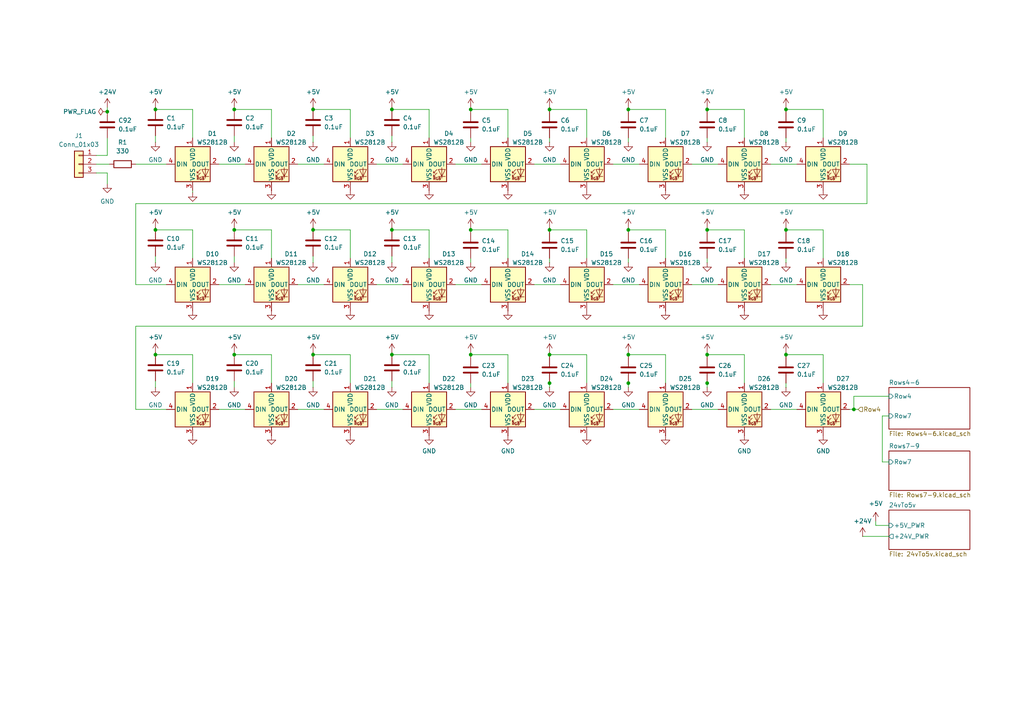
<source format=kicad_sch>
(kicad_sch (version 20250114) (generator "eeschema") (generator_version "9.0")
  (paper "A4")
  (junction (at 182.245 66.675))
  (junction (at 136.525 102.87))
  (junction (at 31.115 32.385))
  (junction (at 90.805 31.75))
  (junction (at 67.945 66.675))
  (junction (at 45.085 31.75))
  (junction (at 227.965 102.87))
  (junction (at 159.385 31.75))
  (junction (at 45.085 102.87))
  (junction (at 45.085 66.675))
  (junction (at 227.965 66.675))
  (junction (at 182.245 31.75))
  (junction (at 136.525 31.75))
  (junction (at 136.525 66.675))
  (junction (at 182.245 102.87))
  (junction (at 205.105 102.87))
  (junction (at 67.945 31.75))
  (junction (at 227.965 31.75))
  (junction (at 90.805 66.675))
  (junction (at 113.665 102.87))
  (junction (at 205.105 111.125))
  (junction (at 247.65 118.745))
  (junction (at 205.105 66.675))
  (junction (at 159.385 66.675))
  (junction (at 159.385 111.125))
  (junction (at 113.665 66.675))
  (junction (at 113.665 31.75))
  (junction (at 182.245 111.125))
  (junction (at 205.105 31.75))
  (junction (at 67.945 102.87))
  (junction (at 90.805 102.87))
  (junction (at 159.385 102.87))
  (wire (pts (xy 238.76 31.75) (xy 238.76 40.005)))
  (wire (pts (xy 182.245 67.31) (xy 182.245 66.675)))
  (wire (pts (xy 147.32 31.75) (xy 147.32 40.005)))
  (wire (pts (xy 136.525 40.005) (xy 136.525 41.275)))
  (wire (pts (xy 45.085 74.295) (xy 45.085 76.2)))
  (wire (pts (xy 193.04 102.87) (xy 193.04 111.125)))
  (wire (pts (xy 177.8 82.55) (xy 185.42 82.55)))
  (wire (pts (xy 154.94 118.745) (xy 162.56 118.745)))
  (wire (pts (xy 227.965 31.75) (xy 227.965 31.115)))
  (wire (pts (xy 136.525 32.385) (xy 136.525 31.75)))
  (wire (pts (xy 67.945 110.49) (xy 67.945 112.395)))
  (wire (pts (xy 136.525 102.87) (xy 136.525 102.235)))
  (wire (pts (xy 113.665 31.75) (xy 113.665 31.115)))
  (wire (pts (xy 250.19 94.615) (xy 39.37 94.615)))
  (wire (pts (xy 67.945 39.37) (xy 67.945 41.275)))
  (wire (pts (xy 136.525 103.505) (xy 136.525 102.87)))
  (wire (pts (xy 205.105 102.87) (xy 205.105 103.505)))
  (wire (pts (xy 177.8 118.745) (xy 185.42 118.745)))
  (wire (pts (xy 223.52 82.55) (xy 231.14 82.55)))
  (wire (pts (xy 124.46 31.75) (xy 124.46 40.005)))
  (wire (pts (xy 101.6 66.675) (xy 101.6 74.93)))
  (wire (pts (xy 39.37 59.055) (xy 39.37 82.55)))
  (wire (pts (xy 109.22 82.55) (xy 116.84 82.55)))
  (wire (pts (xy 67.945 74.295) (xy 67.945 76.2)))
  (wire (pts (xy 159.385 31.75) (xy 159.385 31.115)))
  (wire (pts (xy 159.385 74.93) (xy 159.385 76.2)))
  (wire (pts (xy 182.245 66.675) (xy 193.04 66.675)))
  (wire (pts (xy 55.88 31.75) (xy 55.88 40.005)))
  (wire (pts (xy 67.945 66.675) (xy 67.945 66.04)))
  (wire (pts (xy 205.105 31.75) (xy 215.9 31.75)))
  (wire (pts (xy 31.115 31.115) (xy 31.115 32.385)))
  (wire (pts (xy 39.37 82.55) (xy 48.26 82.55)))
  (wire (pts (xy 67.945 31.75) (xy 78.74 31.75)))
  (wire (pts (xy 182.245 102.87) (xy 182.245 103.505)))
  (wire (pts (xy 251.46 47.625) (xy 251.46 59.055)))
  (wire (pts (xy 159.385 110.49) (xy 159.385 111.125)))
  (wire (pts (xy 182.245 102.87) (xy 193.04 102.87)))
  (wire (pts (xy 193.04 66.675) (xy 193.04 74.93)))
  (wire (pts (xy 113.665 66.675) (xy 124.46 66.675)))
  (wire (pts (xy 255.905 120.65) (xy 257.81 120.65)))
  (wire (pts (xy 39.37 118.745) (xy 48.26 118.745)))
  (wire (pts (xy 101.6 102.87) (xy 101.6 111.125)))
  (wire (pts (xy 136.525 102.87) (xy 147.32 102.87)))
  (wire (pts (xy 205.105 102.87) (xy 205.105 102.235)))
  (wire (pts (xy 159.385 67.31) (xy 159.385 66.675)))
  (wire (pts (xy 250.19 82.55) (xy 250.19 94.615)))
  (wire (pts (xy 90.805 31.75) (xy 101.6 31.75)))
  (wire (pts (xy 86.36 118.745) (xy 93.98 118.745)))
  (wire (pts (xy 227.965 102.87) (xy 227.965 102.235)))
  (wire (pts (xy 182.245 111.125) (xy 182.245 112.395)))
  (wire (pts (xy 101.6 31.75) (xy 101.6 40.005)))
  (wire (pts (xy 205.105 110.49) (xy 205.105 111.125)))
  (wire (pts (xy 147.32 66.675) (xy 147.32 74.93)))
  (wire (pts (xy 177.8 47.625) (xy 185.42 47.625)))
  (wire (pts (xy 205.105 66.675) (xy 215.9 66.675)))
  (wire (pts (xy 113.665 31.75) (xy 124.46 31.75)))
  (wire (pts (xy 227.965 66.675) (xy 227.965 66.04)))
  (wire (pts (xy 63.5 82.55) (xy 71.12 82.55)))
  (wire (pts (xy 200.66 82.55) (xy 208.28 82.55)))
  (wire (pts (xy 238.76 102.87) (xy 238.76 111.125)))
  (wire (pts (xy 55.88 66.675) (xy 55.88 74.93)))
  (wire (pts (xy 215.9 102.87) (xy 215.9 111.125)))
  (wire (pts (xy 113.665 110.49) (xy 113.665 112.395)))
  (wire (pts (xy 154.94 47.625) (xy 162.56 47.625)))
  (wire (pts (xy 205.105 66.675) (xy 205.105 66.04)))
  (wire (pts (xy 124.46 66.675) (xy 124.46 74.93)))
  (wire (pts (xy 136.525 31.75) (xy 136.525 31.115)))
  (wire (pts (xy 159.385 102.87) (xy 159.385 103.505)))
  (wire (pts (xy 132.08 118.745) (xy 139.7 118.745)))
  (wire (pts (xy 90.805 31.75) (xy 90.805 31.115)))
  (wire (pts (xy 215.9 66.675) (xy 215.9 74.93)))
  (wire (pts (xy 159.385 102.87) (xy 170.18 102.87)))
  (wire (pts (xy 86.36 47.625) (xy 93.98 47.625)))
  (wire (pts (xy 200.66 47.625) (xy 208.28 47.625)))
  (wire (pts (xy 227.965 32.385) (xy 227.965 31.75)))
  (wire (pts (xy 113.665 74.295) (xy 113.665 76.2)))
  (wire (pts (xy 109.22 47.625) (xy 116.84 47.625)))
  (wire (pts (xy 182.245 66.675) (xy 182.245 66.04)))
  (wire (pts (xy 67.945 66.675) (xy 78.74 66.675)))
  (wire (pts (xy 255.905 133.985) (xy 255.905 120.65)))
  (wire (pts (xy 159.385 32.385) (xy 159.385 31.75)))
  (wire (pts (xy 251.46 59.055) (xy 39.37 59.055)))
  (wire (pts (xy 136.525 66.675) (xy 136.525 66.04)))
  (wire (pts (xy 45.085 66.675) (xy 45.085 66.04)))
  (wire (pts (xy 78.74 66.675) (xy 78.74 74.93)))
  (wire (pts (xy 154.94 82.55) (xy 162.56 82.55)))
  (wire (pts (xy 113.665 102.87) (xy 113.665 102.235)))
  (wire (pts (xy 254 151.13) (xy 254 152.4)))
  (wire (pts (xy 182.245 32.385) (xy 182.245 31.75)))
  (wire (pts (xy 182.245 40.005) (xy 182.245 41.275)))
  (wire (pts (xy 182.245 110.49) (xy 182.245 111.125)))
  (wire (pts (xy 31.115 45.085) (xy 27.94 45.085)))
  (wire (pts (xy 246.38 47.625) (xy 251.46 47.625)))
  (wire (pts (xy 136.525 111.125) (xy 136.525 112.395)))
  (wire (pts (xy 113.665 102.87) (xy 124.46 102.87)))
  (wire (pts (xy 27.94 50.165) (xy 31.115 50.165)))
  (wire (pts (xy 205.105 32.385) (xy 205.105 31.75)))
  (wire (pts (xy 159.385 111.125) (xy 159.385 112.395)))
  (wire (pts (xy 246.38 118.745) (xy 247.65 118.745)))
  (wire (pts (xy 90.805 102.87) (xy 101.6 102.87)))
  (wire (pts (xy 193.04 31.75) (xy 193.04 40.005)))
  (wire (pts (xy 159.385 66.675) (xy 159.385 66.04)))
  (wire (pts (xy 215.9 31.75) (xy 215.9 40.005)))
  (wire (pts (xy 86.36 82.55) (xy 93.98 82.55)))
  (wire (pts (xy 90.805 39.37) (xy 90.805 41.275)))
  (wire (pts (xy 132.08 47.625) (xy 139.7 47.625)))
  (wire (pts (xy 63.5 118.745) (xy 71.12 118.745)))
  (wire (pts (xy 227.965 66.675) (xy 238.76 66.675)))
  (wire (pts (xy 67.945 102.87) (xy 67.945 102.235)))
  (wire (pts (xy 136.525 31.75) (xy 147.32 31.75)))
  (wire (pts (xy 31.115 40.005) (xy 31.115 45.085)))
  (wire (pts (xy 55.88 55.88) (xy 55.88 55.245)))
  (wire (pts (xy 55.88 102.87) (xy 55.88 111.125)))
  (wire (pts (xy 227.965 102.87) (xy 238.76 102.87)))
  (wire (pts (xy 250.19 155.575) (xy 257.81 155.575)))
  (wire (pts (xy 45.085 110.49) (xy 45.085 112.395)))
  (wire (pts (xy 246.38 82.55) (xy 250.19 82.55)))
  (wire (pts (xy 257.81 133.985) (xy 255.905 133.985)))
  (wire (pts (xy 182.245 31.75) (xy 182.245 31.115)))
  (wire (pts (xy 67.945 31.75) (xy 67.945 31.115)))
  (wire (pts (xy 205.105 74.93) (xy 205.105 76.2)))
  (wire (pts (xy 223.52 118.745) (xy 231.14 118.745)))
  (wire (pts (xy 159.385 31.75) (xy 170.18 31.75)))
  (wire (pts (xy 223.52 47.625) (xy 231.14 47.625)))
  (wire (pts (xy 170.18 66.675) (xy 170.18 74.93)))
  (wire (pts (xy 45.085 31.75) (xy 55.88 31.75)))
  (wire (pts (xy 90.805 74.295) (xy 90.805 76.2)))
  (wire (pts (xy 39.37 47.625) (xy 48.26 47.625)))
  (wire (pts (xy 254 152.4) (xy 257.81 152.4)))
  (wire (pts (xy 109.22 118.745) (xy 116.84 118.745)))
  (wire (pts (xy 78.74 102.87) (xy 78.74 111.125)))
  (wire (pts (xy 159.385 102.87) (xy 159.385 102.235)))
  (wire (pts (xy 159.385 66.675) (xy 170.18 66.675)))
  (wire (pts (xy 227.965 40.005) (xy 227.965 41.275)))
  (wire (pts (xy 39.37 94.615) (xy 39.37 118.745)))
  (wire (pts (xy 182.245 102.87) (xy 182.245 102.235)))
  (wire (pts (xy 90.805 66.675) (xy 90.805 66.04)))
  (wire (pts (xy 227.965 67.31) (xy 227.965 66.675)))
  (wire (pts (xy 136.525 66.675) (xy 147.32 66.675)))
  (wire (pts (xy 90.805 110.49) (xy 90.805 112.395)))
  (wire (pts (xy 247.65 114.935) (xy 247.65 118.745)))
  (wire (pts (xy 63.5 47.625) (xy 71.12 47.625)))
  (wire (pts (xy 45.085 39.37) (xy 45.085 41.275)))
  (wire (pts (xy 45.085 31.75) (xy 45.085 31.115)))
  (wire (pts (xy 182.245 31.75) (xy 193.04 31.75)))
  (wire (pts (xy 205.105 40.005) (xy 205.105 41.275)))
  (wire (pts (xy 227.965 103.505) (xy 227.965 102.87)))
  (wire (pts (xy 90.805 102.87) (xy 90.805 102.235)))
  (wire (pts (xy 200.66 118.745) (xy 208.28 118.745)))
  (wire (pts (xy 147.32 102.87) (xy 147.32 111.125)))
  (wire (pts (xy 31.115 50.165) (xy 31.115 53.34)))
  (wire (pts (xy 227.965 74.93) (xy 227.965 76.2)))
  (wire (pts (xy 227.965 111.125) (xy 227.965 112.395)))
  (wire (pts (xy 45.085 102.87) (xy 55.88 102.87)))
  (wire (pts (xy 90.805 66.675) (xy 101.6 66.675)))
  (wire (pts (xy 170.18 31.75) (xy 170.18 40.005)))
  (wire (pts (xy 205.105 102.87) (xy 215.9 102.87)))
  (wire (pts (xy 45.085 102.87) (xy 45.085 102.235)))
  (wire (pts (xy 132.08 82.55) (xy 139.7 82.55)))
  (wire (pts (xy 45.085 66.675) (xy 55.88 66.675)))
  (wire (pts (xy 205.105 67.31) (xy 205.105 66.675)))
  (wire (pts (xy 159.385 40.005) (xy 159.385 41.275)))
  (wire (pts (xy 257.81 114.935) (xy 247.65 114.935)))
  (wire (pts (xy 205.105 31.75) (xy 205.105 31.115)))
  (wire (pts (xy 136.525 74.93) (xy 136.525 76.2)))
  (wire (pts (xy 113.665 39.37) (xy 113.665 41.275)))
  (wire (pts (xy 227.965 31.75) (xy 238.76 31.75)))
  (wire (pts (xy 170.18 102.87) (xy 170.18 111.125)))
  (wire (pts (xy 182.245 74.93) (xy 182.245 76.2)))
  (wire (pts (xy 113.665 66.675) (xy 113.665 66.04)))
  (wire (pts (xy 78.74 31.75) (xy 78.74 40.005)))
  (wire (pts (xy 238.76 66.675) (xy 238.76 74.93)))
  (wire (pts (xy 124.46 102.87) (xy 124.46 111.125)))
  (wire (pts (xy 27.94 47.625) (xy 31.75 47.625)))
  (wire (pts (xy 247.65 118.745) (xy 248.92 118.745)))
  (wire (pts (xy 205.105 111.125) (xy 205.105 112.395)))
  (wire (pts (xy 67.945 102.87) (xy 78.74 102.87)))
  (wire (pts (xy 136.525 67.31) (xy 136.525 66.675)))
  (hierarchical_label "Row4" (shape input) (at 248.92 118.745 0))
  (symbol (lib_id "LED:WS2812B") (at 238.76 47.625 0) (unit 1)
    (property "Reference" "D9" (at 244.475 38.735 0))
    (property "Value" "WS2812B" (at 244.475 41.275 0))
    (property "Footprint" "LED_SMD:LED_WS2812B_PLCC4_5.0x5.0mm_P3.2mm" (effects (hide yes)))
    (property "Datasheet" "https://cdn-shop.adafruit.com/datasheets/WS2812B.pdf" (effects (hide yes)))
    (property "Description" "RGB LED with integrated controller" (effects (hide yes)))
  )
  (symbol (lib_id "LED:WS2812B") (at 78.74 47.625 0) (unit 1)
    (property "Reference" "D2" (at 84.455 38.735 0))
    (property "Value" "WS2812B" (at 84.455 41.275 0))
    (property "Footprint" "LED_SMD:LED_WS2812B_PLCC4_5.0x5.0mm_P3.2mm" (effects (hide yes)))
    (property "Datasheet" "https://cdn-shop.adafruit.com/datasheets/WS2812B.pdf" (effects (hide yes)))
    (property "Description" "RGB LED with integrated controller" (effects (hide yes)))
  )
  (symbol (lib_id "power:GND") (at 205.105 112.395 0) (unit 1)
    (property "Reference" "#PWR078" (effects (hide yes)))
    (property "Value" "GND" (at 205.105 117.475 0))
    (property "Description" "Power symbol creates a global label with name \"GND\" , ground" (effects (hide yes)))
  )
  (symbol (lib_id "LED:WS2812B") (at 78.74 82.55 0) (unit 1)
    (property "Reference" "D11" (at 84.455 73.66 0))
    (property "Value" "WS2812B" (at 84.455 76.2 0))
    (property "Footprint" "LED_SMD:LED_WS2812B_PLCC4_5.0x5.0mm_P3.2mm" (effects (hide yes)))
    (property "Datasheet" "https://cdn-shop.adafruit.com/datasheets/WS2812B.pdf" (effects (hide yes)))
    (property "Description" "RGB LED with integrated controller" (effects (hide yes)))
  )
  (symbol (lib_id "LED:WS2812B") (at 215.9 118.745 0) (unit 1)
    (property "Reference" "D26" (at 221.615 109.855 0))
    (property "Value" "WS2812B" (at 221.615 112.395 0))
    (property "Footprint" "LED_SMD:LED_WS2812B_PLCC4_5.0x5.0mm_P3.2mm" (effects (hide yes)))
    (property "Datasheet" "https://cdn-shop.adafruit.com/datasheets/WS2812B.pdf" (effects (hide yes)))
    (property "Description" "RGB LED with integrated controller" (effects (hide yes)))
  )
  (symbol (lib_id "power:GND") (at 215.9 90.17 0) (unit 1)
    (property "Reference" "#PWR053" (effects (hide yes)))
    (property "Value" "GND" (effects (hide yes)))
    (property "Description" "Power symbol creates a global label with name \"GND\" , ground" (effects (hide yes)))
  )
  (symbol (lib_id "power:+5V") (at 67.945 66.04 0) (unit 1)
    (property "Reference" "#PWR033" (effects (hide yes)))
    (property "Value" "+5V" (at 67.945 61.595 0))
    (property "Description" "Power symbol creates a global label with name \"+5V\"" (effects (hide yes)))
  )
  (symbol (lib_id "Connector_Generic:Conn_01x03") (at 22.86 47.625 0) (mirror y) (unit 1)
    (property "Reference" "J1" (at 22.86 39.37 0))
    (property "Value" "Conn_01x03" (at 22.86 41.91 0))
    (property "Footprint" "utsvt_connectors:105313-1103" (effects (hide yes)))
    (property "Description" "Generic connector, single row, 01x03, script generated (kicad-library-utils/schlib/autogen/connector/)" (effects (hide yes)))
  )
  (symbol (lib_id "power:GND") (at 238.76 90.17 0) (unit 1)
    (property "Reference" "#PWR056" (effects (hide yes)))
    (property "Value" "GND" (effects (hide yes)))
    (property "Description" "Power symbol creates a global label with name \"GND\" , ground" (effects (hide yes)))
  )
  (symbol (lib_id "Device:C") (at 90.805 35.56 0) (unit 1)
    (property "Reference" "C3" (at 93.98 34.2899 0) (effects (justify left)))
    (property "Value" "0.1uF" (at 93.98 36.8299 0) (effects (justify left)))
    (property "Footprint" "Capacitor_SMD:C_0603_1608Metric_Pad1.08x0.95mm_HandSolder" (effects (hide yes)))
    (property "Description" "Unpolarized capacitor" (effects (hide yes)))
  )
  (symbol (lib_id "LED:WS2812B") (at 170.18 118.745 0) (unit 1)
    (property "Reference" "D24" (at 175.895 109.855 0))
    (property "Value" "WS2812B" (at 175.895 112.395 0))
    (property "Footprint" "LED_SMD:LED_WS2812B_PLCC4_5.0x5.0mm_P3.2mm" (effects (hide yes)))
    (property "Datasheet" "https://cdn-shop.adafruit.com/datasheets/WS2812B.pdf" (effects (hide yes)))
    (property "Description" "RGB LED with integrated controller" (effects (hide yes)))
  )
  (symbol (lib_id "power:GND") (at 182.245 112.395 0) (unit 1)
    (property "Reference" "#PWR075" (effects (hide yes)))
    (property "Value" "GND" (at 182.245 117.475 0))
    (property "Description" "Power symbol creates a global label with name \"GND\" , ground" (effects (hide yes)))
  )
  (symbol (lib_id "power:GND") (at 101.6 55.245 0) (unit 1)
    (property "Reference" "#PWR09" (effects (hide yes)))
    (property "Value" "GND" (effects (hide yes)))
    (property "Description" "Power symbol creates a global label with name \"GND\" , ground" (effects (hide yes)))
  )
  (symbol (lib_id "power:GND") (at 67.945 76.2 0) (unit 1)
    (property "Reference" "#PWR034" (effects (hide yes)))
    (property "Value" "GND" (at 67.945 81.28 0))
    (property "Description" "Power symbol creates a global label with name \"GND\" , ground" (effects (hide yes)))
  )
  (symbol (lib_id "power:+5V") (at 67.945 31.115 0) (unit 1)
    (property "Reference" "#PWR04" (effects (hide yes)))
    (property "Value" "+5V" (at 67.945 26.67 0))
    (property "Description" "Power symbol creates a global label with name \"+5V\"" (effects (hide yes)))
  )
  (symbol (lib_id "power:+5V") (at 45.085 66.04 0) (unit 1)
    (property "Reference" "#PWR030" (effects (hide yes)))
    (property "Value" "+5V" (at 45.085 61.595 0))
    (property "Description" "Power symbol creates a global label with name \"+5V\"" (effects (hide yes)))
  )
  (symbol (lib_id "power:GND") (at 55.88 55.88 0) (unit 1)
    (property "Reference" "#PWR01" (effects (hide yes)))
    (property "Value" "GND" (effects (hide yes)))
    (property "Description" "Power symbol creates a global label with name \"GND\" , ground" (effects (hide yes)))
  )
  (symbol (lib_id "power:+5V") (at 227.965 102.235 0) (unit 1)
    (property "Reference" "#PWR079" (effects (hide yes)))
    (property "Value" "+5V" (at 227.965 97.79 0))
    (property "Description" "Power symbol creates a global label with name \"+5V\"" (effects (hide yes)))
  )
  (symbol (lib_id "Device:C") (at 182.245 107.315 0) (unit 1)
    (property "Reference" "C25" (at 185.42 106.0449 0) (effects (justify left)))
    (property "Value" "0.1uF" (at 185.42 108.5849 0) (effects (justify left)))
    (property "Footprint" "Capacitor_SMD:C_0603_1608Metric_Pad1.08x0.95mm_HandSolder" (effects (hide yes)))
    (property "Description" "Unpolarized capacitor" (effects (hide yes)))
  )
  (symbol (lib_id "power:GND") (at 147.32 126.365 0) (unit 1)
    (property "Reference" "#PWR071" (effects (hide yes)))
    (property "Value" "GND" (at 147.32 130.81 0))
    (property "Description" "Power symbol creates a global label with name \"GND\" , ground" (effects (hide yes)))
  )
  (symbol (lib_id "LED:WS2812B") (at 101.6 47.625 0) (unit 1)
    (property "Reference" "D3" (at 107.315 38.735 0))
    (property "Value" "WS2812B" (at 107.315 41.275 0))
    (property "Footprint" "LED_SMD:LED_WS2812B_PLCC4_5.0x5.0mm_P3.2mm" (effects (hide yes)))
    (property "Datasheet" "https://cdn-shop.adafruit.com/datasheets/WS2812B.pdf" (effects (hide yes)))
    (property "Description" "RGB LED with integrated controller" (effects (hide yes)))
  )
  (symbol (lib_id "power:GND") (at 193.04 90.17 0) (unit 1)
    (property "Reference" "#PWR050" (effects (hide yes)))
    (property "Value" "GND" (effects (hide yes)))
    (property "Description" "Power symbol creates a global label with name \"GND\" , ground" (effects (hide yes)))
  )
  (symbol (lib_id "power:+5V") (at 45.085 102.235 0) (unit 1)
    (property "Reference" "#PWR057" (effects (hide yes)))
    (property "Value" "+5V" (at 45.085 97.79 0))
    (property "Description" "Power symbol creates a global label with name \"+5V\"" (effects (hide yes)))
  )
  (symbol (lib_id "Device:C") (at 182.245 71.12 0) (unit 1)
    (property "Reference" "C16" (at 185.42 69.8499 0) (effects (justify left)))
    (property "Value" "0.1uF" (at 185.42 72.3899 0) (effects (justify left)))
    (property "Footprint" "Capacitor_SMD:C_0603_1608Metric_Pad1.08x0.95mm_HandSolder" (effects (hide yes)))
    (property "Description" "Unpolarized capacitor" (effects (hide yes)))
  )
  (symbol (lib_id "Device:C") (at 159.385 71.12 0) (unit 1)
    (property "Reference" "C15" (at 162.56 69.8499 0) (effects (justify left)))
    (property "Value" "0.1uF" (at 162.56 72.3899 0) (effects (justify left)))
    (property "Footprint" "Capacitor_SMD:C_0603_1608Metric_Pad1.08x0.95mm_HandSolder" (effects (hide yes)))
    (property "Description" "Unpolarized capacitor" (effects (hide yes)))
  )
  (symbol (lib_id "Device:C") (at 45.085 35.56 0) (unit 1)
    (property "Reference" "C1" (at 48.26 34.2899 0) (effects (justify left)))
    (property "Value" "0.1uF" (at 48.26 36.8299 0) (effects (justify left)))
    (property "Footprint" "Capacitor_SMD:C_0603_1608Metric_Pad1.08x0.95mm_HandSolder" (effects (hide yes)))
    (property "Description" "Unpolarized capacitor" (effects (hide yes)))
  )
  (symbol (lib_id "Device:R") (at 35.56 47.625 90) (unit 1)
    (property "Reference" "R1" (at 35.56 41.275 90))
    (property "Value" "330" (at 35.56 43.815 90))
    (property "Footprint" "Resistor_SMD:R_0201_0603Metric_Pad0.64x0.40mm_HandSolder" (effects (hide yes)))
    (property "Description" "Resistor" (effects (hide yes)))
  )
  (symbol (lib_id "power:GND") (at 147.32 90.17 0) (unit 1)
    (property "Reference" "#PWR044" (effects (hide yes)))
    (property "Value" "GND" (effects (hide yes)))
    (property "Description" "Power symbol creates a global label with name \"GND\" , ground" (effects (hide yes)))
  )
  (symbol (lib_id "LED:WS2812B") (at 193.04 47.625 0) (unit 1)
    (property "Reference" "D7" (at 198.755 38.735 0))
    (property "Value" "WS2812B" (at 198.755 41.275 0))
    (property "Footprint" "LED_SMD:LED_WS2812B_PLCC4_5.0x5.0mm_P3.2mm" (effects (hide yes)))
    (property "Datasheet" "https://cdn-shop.adafruit.com/datasheets/WS2812B.pdf" (effects (hide yes)))
    (property "Description" "RGB LED with integrated controller" (effects (hide yes)))
  )
  (symbol (lib_id "power:GND") (at 170.18 126.365 0) (unit 1)
    (property "Reference" "#PWR073" (effects (hide yes)))
    (property "Value" "GND" (effects (hide yes)))
    (property "Description" "Power symbol creates a global label with name \"GND\" , ground" (effects (hide yes)))
  )
  (symbol (lib_id "power:GND") (at 136.525 41.275 0) (unit 1)
    (property "Reference" "#PWR016" (effects (hide yes)))
    (property "Value" "GND" (at 136.525 46.355 0))
    (property "Description" "Power symbol creates a global label with name \"GND\" , ground" (effects (hide yes)))
  )
  (symbol (lib_id "power:+5V") (at 227.965 66.04 0) (unit 1)
    (property "Reference" "#PWR054" (effects (hide yes)))
    (property "Value" "+5V" (at 227.965 61.595 0))
    (property "Description" "Power symbol creates a global label with name \"+5V\"" (effects (hide yes)))
  )
  (symbol (lib_id "power:GND") (at 170.18 55.245 0) (unit 1)
    (property "Reference" "#PWR020" (effects (hide yes)))
    (property "Value" "GND" (effects (hide yes)))
    (property "Description" "Power symbol creates a global label with name \"GND\" , ground" (effects (hide yes)))
  )
  (symbol (lib_id "power:GND") (at 45.085 76.2 0) (unit 1)
    (property "Reference" "#PWR031" (effects (hide yes)))
    (property "Value" "GND" (at 45.085 81.28 0))
    (property "Description" "Power symbol creates a global label with name \"GND\" , ground" (effects (hide yes)))
  )
  (symbol (lib_id "power:GND") (at 215.9 55.245 0) (unit 1)
    (property "Reference" "#PWR026" (effects (hide yes)))
    (property "Value" "GND" (effects (hide yes)))
    (property "Description" "Power symbol creates a global label with name \"GND\" , ground" (effects (hide yes)))
  )
  (symbol (lib_id "power:+5V") (at 205.105 102.235 0) (unit 1)
    (property "Reference" "#PWR077" (effects (hide yes)))
    (property "Value" "+5V" (at 205.105 97.79 0))
    (property "Description" "Power symbol creates a global label with name \"+5V\"" (effects (hide yes)))
  )
  (symbol (lib_id "power:GND") (at 238.76 55.245 0) (unit 1)
    (property "Reference" "#PWR029" (effects (hide yes)))
    (property "Value" "GND" (effects (hide yes)))
    (property "Description" "Power symbol creates a global label with name \"GND\" , ground" (effects (hide yes)))
  )
  (symbol (lib_id "Device:C") (at 45.085 70.485 0) (unit 1)
    (property "Reference" "C10" (at 48.26 69.2149 0) (effects (justify left)))
    (property "Value" "0.1uF" (at 48.26 71.7549 0) (effects (justify left)))
    (property "Footprint" "Capacitor_SMD:C_0603_1608Metric_Pad1.08x0.95mm_HandSolder" (effects (hide yes)))
    (property "Description" "Unpolarized capacitor" (effects (hide yes)))
  )
  (symbol (lib_id "Device:C") (at 136.525 107.315 0) (unit 1)
    (property "Reference" "C23" (at 139.7 106.0449 0) (effects (justify left)))
    (property "Value" "0.1uF" (at 139.7 108.5849 0) (effects (justify left)))
    (property "Footprint" "Capacitor_SMD:C_0603_1608Metric_Pad1.08x0.95mm_HandSolder" (effects (hide yes)))
    (property "Description" "Unpolarized capacitor" (effects (hide yes)))
  )
  (symbol (lib_id "power:GND") (at 238.76 126.365 0) (unit 1)
    (property "Reference" "#PWR081" (effects (hide yes)))
    (property "Value" "GND" (at 238.76 130.81 0))
    (property "Description" "Power symbol creates a global label with name \"GND\" , ground" (effects (hide yes)))
  )
  (symbol (lib_id "LED:WS2812B") (at 101.6 118.745 0) (unit 1)
    (property "Reference" "D21" (at 107.315 109.855 0))
    (property "Value" "WS2812B" (at 107.315 112.395 0))
    (property "Footprint" "LED_SMD:LED_WS2812B_PLCC4_5.0x5.0mm_P3.2mm" (effects (hide yes)))
    (property "Datasheet" "https://cdn-shop.adafruit.com/datasheets/WS2812B.pdf" (effects (hide yes)))
    (property "Description" "RGB LED with integrated controller" (effects (hide yes)))
  )
  (symbol (lib_id "power:GND") (at 159.385 41.275 0) (unit 1)
    (property "Reference" "#PWR019" (effects (hide yes)))
    (property "Value" "GND" (at 159.385 46.355 0))
    (property "Description" "Power symbol creates a global label with name \"GND\" , ground" (effects (hide yes)))
  )
  (symbol (lib_id "power:GND") (at 78.74 55.245 0) (unit 1)
    (property "Reference" "#PWR06" (effects (hide yes)))
    (property "Value" "GND" (effects (hide yes)))
    (property "Description" "Power symbol creates a global label with name \"GND\" , ground" (effects (hide yes)))
  )
  (symbol (lib_id "power:GND") (at 147.32 55.245 0) (unit 1)
    (property "Reference" "#PWR017" (effects (hide yes)))
    (property "Value" "GND" (effects (hide yes)))
    (property "Description" "Power symbol creates a global label with name \"GND\" , ground" (effects (hide yes)))
  )
  (symbol (lib_id "power:GND") (at 193.04 55.245 0) (unit 1)
    (property "Reference" "#PWR023" (effects (hide yes)))
    (property "Value" "GND" (effects (hide yes)))
    (property "Description" "Power symbol creates a global label with name \"GND\" , ground" (effects (hide yes)))
  )
  (symbol (lib_id "LED:WS2812B") (at 215.9 47.625 0) (unit 1)
    (property "Reference" "D8" (at 221.615 38.735 0))
    (property "Value" "WS2812B" (at 221.615 41.275 0))
    (property "Footprint" "LED_SMD:LED_WS2812B_PLCC4_5.0x5.0mm_P3.2mm" (effects (hide yes)))
    (property "Datasheet" "https://cdn-shop.adafruit.com/datasheets/WS2812B.pdf" (effects (hide yes)))
    (property "Description" "RGB LED with integrated controller" (effects (hide yes)))
  )
  (symbol (lib_id "Device:C") (at 205.105 107.315 0) (unit 1)
    (property "Reference" "C26" (at 208.28 106.0449 0) (effects (justify left)))
    (property "Value" "0.1uF" (at 208.28 108.5849 0) (effects (justify left)))
    (property "Footprint" "Capacitor_SMD:C_0603_1608Metric_Pad1.08x0.95mm_HandSolder" (effects (hide yes)))
    (property "Description" "Unpolarized capacitor" (effects (hide yes)))
  )
  (symbol (lib_id "power:GND") (at 124.46 90.17 0) (unit 1)
    (property "Reference" "#PWR041" (effects (hide yes)))
    (property "Value" "GND" (effects (hide yes)))
    (property "Description" "Power symbol creates a global label with name \"GND\" , ground" (effects (hide yes)))
  )
  (symbol (lib_id "power:GND") (at 101.6 126.365 0) (unit 1)
    (property "Reference" "#PWR065" (effects (hide yes)))
    (property "Value" "GND" (effects (hide yes)))
    (property "Description" "Power symbol creates a global label with name \"GND\" , ground" (effects (hide yes)))
  )
  (symbol (lib_id "LED:WS2812B") (at 55.88 47.625 0) (unit 1)
    (property "Reference" "D1" (at 61.595 38.735 0))
    (property "Value" "WS2812B" (at 61.595 41.275 0))
    (property "Footprint" "LED_SMD:LED_WS2812B_PLCC4_5.0x5.0mm_P3.2mm" (effects (hide yes)))
    (property "Datasheet" "https://cdn-shop.adafruit.com/datasheets/WS2812B.pdf" (effects (hide yes)))
    (property "Description" "RGB LED with integrated controller" (effects (hide yes)))
  )
  (symbol (lib_id "power:+5V") (at 136.525 31.115 0) (unit 1)
    (property "Reference" "#PWR015" (effects (hide yes)))
    (property "Value" "+5V" (at 136.525 26.67 0))
    (property "Description" "Power symbol creates a global label with name \"+5V\"" (effects (hide yes)))
  )
  (symbol (lib_id "power:GND") (at 205.105 41.275 0) (unit 1)
    (property "Reference" "#PWR025" (effects (hide yes)))
    (property "Value" "GND" (at 205.105 46.355 0))
    (property "Description" "Power symbol creates a global label with name \"GND\" , ground" (effects (hide yes)))
  )
  (symbol (lib_id "power:+5V") (at 159.385 102.235 0) (unit 1)
    (property "Reference" "#PWR068" (effects (hide yes)))
    (property "Value" "+5V" (at 159.385 97.79 0))
    (property "Description" "Power symbol creates a global label with name \"+5V\"" (effects (hide yes)))
  )
  (symbol (lib_id "power:+5V") (at 182.245 102.235 0) (unit 1)
    (property "Reference" "#PWR074" (effects (hide yes)))
    (property "Value" "+5V" (at 182.245 97.79 0))
    (property "Description" "Power symbol creates a global label with name \"+5V\"" (effects (hide yes)))
  )
  (symbol (lib_id "power:+5V") (at 45.085 31.115 0) (unit 1)
    (property "Reference" "#PWR0252" (effects (hide yes)))
    (property "Value" "+5V" (at 45.085 26.67 0))
    (property "Description" "Power symbol creates a global label with name \"+5V\"" (effects (hide yes)))
  )
  (symbol (lib_id "power:+5V") (at 136.525 66.04 0) (unit 1)
    (property "Reference" "#PWR042" (effects (hide yes)))
    (property "Value" "+5V" (at 136.525 61.595 0))
    (property "Description" "Power symbol creates a global label with name \"+5V\"" (effects (hide yes)))
  )
  (symbol (lib_id "power:GND") (at 227.965 76.2 0) (unit 1)
    (property "Reference" "#PWR055" (effects (hide yes)))
    (property "Value" "GND" (at 227.965 81.28 0))
    (property "Description" "Power symbol creates a global label with name \"GND\" , ground" (effects (hide yes)))
  )
  (symbol (lib_id "power:GND") (at 90.805 112.395 0) (unit 1)
    (property "Reference" "#PWR064" (effects (hide yes)))
    (property "Value" "GND" (at 90.805 117.475 0))
    (property "Description" "Power symbol creates a global label with name \"GND\" , ground" (effects (hide yes)))
  )
  (symbol (lib_id "LED:WS2812B") (at 193.04 118.745 0) (unit 1)
    (property "Reference" "D25" (at 198.755 109.855 0))
    (property "Value" "WS2812B" (at 198.755 112.395 0))
    (property "Footprint" "LED_SMD:LED_WS2812B_PLCC4_5.0x5.0mm_P3.2mm" (effects (hide yes)))
    (property "Datasheet" "https://cdn-shop.adafruit.com/datasheets/WS2812B.pdf" (effects (hide yes)))
    (property "Description" "RGB LED with integrated controller" (effects (hide yes)))
  )
  (symbol (lib_id "power:+5V") (at 67.945 102.235 0) (unit 1)
    (property "Reference" "#PWR060" (effects (hide yes)))
    (property "Value" "+5V" (at 67.945 97.79 0))
    (property "Description" "Power symbol creates a global label with name \"+5V\"" (effects (hide yes)))
  )
  (symbol (lib_id "power:GND") (at 101.6 90.17 0) (unit 1)
    (property "Reference" "#PWR038" (effects (hide yes)))
    (property "Value" "GND" (effects (hide yes)))
    (property "Description" "Power symbol creates a global label with name \"GND\" , ground" (effects (hide yes)))
  )
  (symbol (lib_id "LED:WS2812B") (at 55.88 118.745 0) (unit 1)
    (property "Reference" "D19" (at 61.595 109.855 0))
    (property "Value" "WS2812B" (at 61.595 112.395 0))
    (property "Footprint" "LED_SMD:LED_WS2812B_PLCC4_5.0x5.0mm_P3.2mm" (effects (hide yes)))
    (property "Datasheet" "https://cdn-shop.adafruit.com/datasheets/WS2812B.pdf" (effects (hide yes)))
    (property "Description" "RGB LED with integrated controller" (effects (hide yes)))
  )
  (symbol (lib_id "power:GND") (at 215.9 126.365 0) (unit 1)
    (property "Reference" "#PWR0255" (effects (hide yes)))
    (property "Value" "GND" (at 215.9 130.81 0))
    (property "Description" "Power symbol creates a global label with name \"GND\" , ground" (effects (hide yes)))
  )
  (symbol (lib_id "Device:C") (at 67.945 70.485 0) (unit 1)
    (property "Reference" "C11" (at 71.12 69.2149 0) (effects (justify left)))
    (property "Value" "0.1uF" (at 71.12 71.7549 0) (effects (justify left)))
    (property "Footprint" "Capacitor_SMD:C_0603_1608Metric_Pad1.08x0.95mm_HandSolder" (effects (hide yes)))
    (property "Description" "Unpolarized capacitor" (effects (hide yes)))
  )
  (symbol (lib_id "LED:WS2812B") (at 124.46 47.625 0) (unit 1)
    (property "Reference" "D4" (at 130.175 38.735 0))
    (property "Value" "WS2812B" (at 130.175 41.275 0))
    (property "Footprint" "LED_SMD:LED_WS2812B_PLCC4_5.0x5.0mm_P3.2mm" (effects (hide yes)))
    (property "Datasheet" "https://cdn-shop.adafruit.com/datasheets/WS2812B.pdf" (effects (hide yes)))
    (property "Description" "RGB LED with integrated controller" (effects (hide yes)))
  )
  (symbol (lib_id "power:+5V") (at 113.665 66.04 0) (unit 1)
    (property "Reference" "#PWR039" (effects (hide yes)))
    (property "Value" "+5V" (at 113.665 61.595 0))
    (property "Description" "Power symbol creates a global label with name \"+5V\"" (effects (hide yes)))
  )
  (symbol (lib_id "power:+5V") (at 182.245 31.115 0) (unit 1)
    (property "Reference" "#PWR021" (effects (hide yes)))
    (property "Value" "+5V" (at 182.245 26.67 0))
    (property "Description" "Power symbol creates a global label with name \"+5V\"" (effects (hide yes)))
  )
  (symbol (lib_id "power:+5V") (at 227.965 31.115 0) (unit 1)
    (property "Reference" "#PWR027" (effects (hide yes)))
    (property "Value" "+5V" (at 227.965 26.67 0))
    (property "Description" "Power symbol creates a global label with name \"+5V\"" (effects (hide yes)))
  )
  (symbol (lib_id "power:+5V") (at 159.385 66.04 0) (unit 1)
    (property "Reference" "#PWR045" (effects (hide yes)))
    (property "Value" "+5V" (at 159.385 61.595 0))
    (property "Description" "Power symbol creates a global label with name \"+5V\"" (effects (hide yes)))
  )
  (symbol (lib_id "power:GND") (at 78.74 90.17 0) (unit 1)
    (property "Reference" "#PWR035" (effects (hide yes)))
    (property "Value" "GND" (effects (hide yes)))
    (property "Description" "Power symbol creates a global label with name \"GND\" , ground" (effects (hide yes)))
  )
  (symbol (lib_id "power:GND") (at 205.105 76.2 0) (unit 1)
    (property "Reference" "#PWR052" (effects (hide yes)))
    (property "Value" "GND" (at 205.105 81.28 0))
    (property "Description" "Power symbol creates a global label with name \"GND\" , ground" (effects (hide yes)))
  )
  (symbol (lib_id "power:+24V") (at 31.115 31.115 0) (unit 1)
    (property "Reference" "#PWR010" (effects (hide yes)))
    (property "Value" "+24V" (at 31.115 26.67 0))
    (property "Description" "Power symbol creates a global label with name \"+24V\"" (effects (hide yes)))
  )
  (symbol (lib_id "LED:WS2812B") (at 147.32 118.745 0) (unit 1)
    (property "Reference" "D23" (at 153.035 109.855 0))
    (property "Value" "WS2812B" (at 153.035 112.395 0))
    (property "Footprint" "LED_SMD:LED_WS2812B_PLCC4_5.0x5.0mm_P3.2mm" (effects (hide yes)))
    (property "Datasheet" "https://cdn-shop.adafruit.com/datasheets/WS2812B.pdf" (effects (hide yes)))
    (property "Description" "RGB LED with integrated controller" (effects (hide yes)))
  )
  (symbol (lib_id "power:+5V") (at 90.805 102.235 0) (unit 1)
    (property "Reference" "#PWR063" (effects (hide yes)))
    (property "Value" "+5V" (at 90.805 97.79 0))
    (property "Description" "Power symbol creates a global label with name \"+5V\"" (effects (hide yes)))
  )
  (symbol (lib_id "Device:C") (at 31.115 36.195 0) (unit 1)
    (property "Reference" "C92" (at 34.29 34.9249 0) (effects (justify left)))
    (property "Value" "0.1uF" (at 34.29 37.4649 0) (effects (justify left)))
    (property "Footprint" "Capacitor_SMD:C_0603_1608Metric_Pad1.08x0.95mm_HandSolder" (effects (hide yes)))
    (property "Description" "Unpolarized capacitor" (effects (hide yes)))
  )
  (symbol (lib_id "power:GND") (at 170.18 90.17 0) (unit 1)
    (property "Reference" "#PWR047" (effects (hide yes)))
    (property "Value" "GND" (effects (hide yes)))
    (property "Description" "Power symbol creates a global label with name \"GND\" , ground" (effects (hide yes)))
  )
  (symbol (lib_id "Device:C") (at 136.525 71.12 0) (unit 1)
    (property "Reference" "C14" (at 139.7 69.8499 0) (effects (justify left)))
    (property "Value" "0.1uF" (at 139.7 72.3899 0) (effects (justify left)))
    (property "Footprint" "Capacitor_SMD:C_0603_1608Metric_Pad1.08x0.95mm_HandSolder" (effects (hide yes)))
    (property "Description" "Unpolarized capacitor" (effects (hide yes)))
  )
  (symbol (lib_id "power:GND") (at 90.805 76.2 0) (unit 1)
    (property "Reference" "#PWR037" (effects (hide yes)))
    (property "Value" "GND" (at 90.805 81.28 0))
    (property "Description" "Power symbol creates a global label with name \"GND\" , ground" (effects (hide yes)))
  )
  (symbol (lib_id "LED:WS2812B") (at 147.32 47.625 0) (unit 1)
    (property "Reference" "D5" (at 153.035 38.735 0))
    (property "Value" "WS2812B" (at 153.035 41.275 0))
    (property "Footprint" "LED_SMD:LED_WS2812B_PLCC4_5.0x5.0mm_P3.2mm" (effects (hide yes)))
    (property "Datasheet" "https://cdn-shop.adafruit.com/datasheets/WS2812B.pdf" (effects (hide yes)))
    (property "Description" "RGB LED with integrated controller" (effects (hide yes)))
  )
  (symbol (lib_id "power:GND") (at 78.74 126.365 0) (unit 1)
    (property "Reference" "#PWR062" (effects (hide yes)))
    (property "Value" "GND" (effects (hide yes)))
    (property "Description" "Power symbol creates a global label with name \"GND\" , ground" (effects (hide yes)))
  )
  (symbol (lib_id "Device:C") (at 227.965 71.12 0) (unit 1)
    (property "Reference" "C18" (at 231.14 69.8499 0) (effects (justify left)))
    (property "Value" "0.1uF" (at 231.14 72.3899 0) (effects (justify left)))
    (property "Footprint" "Capacitor_SMD:C_0603_1608Metric_Pad1.08x0.95mm_HandSolder" (effects (hide yes)))
    (property "Description" "Unpolarized capacitor" (effects (hide yes)))
  )
  (symbol (lib_id "power:GND") (at 113.665 76.2 0) (unit 1)
    (property "Reference" "#PWR040" (effects (hide yes)))
    (property "Value" "GND" (at 113.665 81.28 0))
    (property "Description" "Power symbol creates a global label with name \"GND\" , ground" (effects (hide yes)))
  )
  (symbol (lib_id "LED:WS2812B") (at 124.46 82.55 0) (unit 1)
    (property "Reference" "D13" (at 130.175 73.66 0))
    (property "Value" "WS2812B" (at 130.175 76.2 0))
    (property "Footprint" "LED_SMD:LED_WS2812B_PLCC4_5.0x5.0mm_P3.2mm" (effects (hide yes)))
    (property "Datasheet" "https://cdn-shop.adafruit.com/datasheets/WS2812B.pdf" (effects (hide yes)))
    (property "Description" "RGB LED with integrated controller" (effects (hide yes)))
  )
  (symbol (lib_id "power:+5V") (at 159.385 31.115 0) (unit 1)
    (property "Reference" "#PWR018" (effects (hide yes)))
    (property "Value" "+5V" (at 159.385 26.67 0))
    (property "Description" "Power symbol creates a global label with name \"+5V\"" (effects (hide yes)))
  )
  (symbol (lib_id "LED:WS2812B") (at 147.32 82.55 0) (unit 1)
    (property "Reference" "D14" (at 153.035 73.66 0))
    (property "Value" "WS2812B" (at 153.035 76.2 0))
    (property "Footprint" "LED_SMD:LED_WS2812B_PLCC4_5.0x5.0mm_P3.2mm" (effects (hide yes)))
    (property "Datasheet" "https://cdn-shop.adafruit.com/datasheets/WS2812B.pdf" (effects (hide yes)))
    (property "Description" "RGB LED with integrated controller" (effects (hide yes)))
  )
  (symbol (lib_id "power:+5V") (at 254 151.13 0) (mirror y) (unit 1)
    (property "Reference" "#PWR0250" (effects (hide yes)))
    (property "Value" "+5V" (at 254 146.05 0))
    (property "Description" "Power symbol creates a global label with name \"+5V\"" (effects (hide yes)))
  )
  (symbol (lib_id "power:GND") (at 90.805 41.275 0) (unit 1)
    (property "Reference" "#PWR08" (effects (hide yes)))
    (property "Value" "GND" (at 90.805 46.355 0))
    (property "Description" "Power symbol creates a global label with name \"GND\" , ground" (effects (hide yes)))
  )
  (symbol (lib_id "power:PWR_FLAG") (at 31.115 32.385 90) (unit 1)
    (property "Reference" "#FLG01" (effects (hide yes)))
    (property "Value" "PWR_FLAG" (at 27.94 32.3849 90) (effects (justify left)))
    (property "Description" "Special symbol for telling ERC where power comes from" (effects (hide yes)))
  )
  (symbol (lib_id "power:GND") (at 45.085 41.275 0) (unit 1)
    (property "Reference" "#PWR0253" (effects (hide yes)))
    (property "Value" "GND" (at 45.085 46.355 0))
    (property "Description" "Power symbol creates a global label with name \"GND\" , ground" (effects (hide yes)))
  )
  (symbol (lib_id "power:+5V") (at 90.805 31.115 0) (unit 1)
    (property "Reference" "#PWR07" (effects (hide yes)))
    (property "Value" "+5V" (at 90.805 26.67 0))
    (property "Description" "Power symbol creates a global label with name \"+5V\"" (effects (hide yes)))
  )
  (symbol (lib_id "LED:WS2812B") (at 101.6 82.55 0) (unit 1)
    (property "Reference" "D12" (at 107.315 73.66 0))
    (property "Value" "WS2812B" (at 107.315 76.2 0))
    (property "Footprint" "LED_SMD:LED_WS2812B_PLCC4_5.0x5.0mm_P3.2mm" (effects (hide yes)))
    (property "Datasheet" "https://cdn-shop.adafruit.com/datasheets/WS2812B.pdf" (effects (hide yes)))
    (property "Description" "RGB LED with integrated controller" (effects (hide yes)))
  )
  (symbol (lib_id "Device:C") (at 113.665 70.485 0) (unit 1)
    (property "Reference" "C13" (at 116.84 69.2149 0) (effects (justify left)))
    (property "Value" "0.1uF" (at 116.84 71.7549 0) (effects (justify left)))
    (property "Footprint" "Capacitor_SMD:C_0603_1608Metric_Pad1.08x0.95mm_HandSolder" (effects (hide yes)))
    (property "Description" "Unpolarized capacitor" (effects (hide yes)))
  )
  (symbol (lib_id "Device:C") (at 205.105 71.12 0) (unit 1)
    (property "Reference" "C17" (at 208.28 69.8499 0) (effects (justify left)))
    (property "Value" "0.1uF" (at 208.28 72.3899 0) (effects (justify left)))
    (property "Footprint" "Capacitor_SMD:C_0603_1608Metric_Pad1.08x0.95mm_HandSolder" (effects (hide yes)))
    (property "Description" "Unpolarized capacitor" (effects (hide yes)))
  )
  (symbol (lib_id "power:GND") (at 124.46 55.245 0) (unit 1)
    (property "Reference" "#PWR014" (effects (hide yes)))
    (property "Value" "GND" (effects (hide yes)))
    (property "Description" "Power symbol creates a global label with name \"GND\" , ground" (effects (hide yes)))
  )
  (symbol (lib_id "power:+5V") (at 205.105 66.04 0) (unit 1)
    (property "Reference" "#PWR051" (effects (hide yes)))
    (property "Value" "+5V" (at 205.105 61.595 0))
    (property "Description" "Power symbol creates a global label with name \"+5V\"" (effects (hide yes)))
  )
  (symbol (lib_id "LED:WS2812B") (at 170.18 47.625 0) (unit 1)
    (property "Reference" "D6" (at 175.895 38.735 0))
    (property "Value" "WS2812B" (at 175.895 41.275 0))
    (property "Footprint" "LED_SMD:LED_WS2812B_PLCC4_5.0x5.0mm_P3.2mm" (effects (hide yes)))
    (property "Datasheet" "https://cdn-shop.adafruit.com/datasheets/WS2812B.pdf" (effects (hide yes)))
    (property "Description" "RGB LED with integrated controller" (effects (hide yes)))
  )
  (symbol (lib_id "LED:WS2812B") (at 215.9 82.55 0) (unit 1)
    (property "Reference" "D17" (at 221.615 73.66 0))
    (property "Value" "WS2812B" (at 221.615 76.2 0))
    (property "Footprint" "LED_SMD:LED_WS2812B_PLCC4_5.0x5.0mm_P3.2mm" (effects (hide yes)))
    (property "Datasheet" "https://cdn-shop.adafruit.com/datasheets/WS2812B.pdf" (effects (hide yes)))
    (property "Description" "RGB LED with integrated controller" (effects (hide yes)))
  )
  (symbol (lib_id "Device:C") (at 67.945 106.68 0) (unit 1)
    (property "Reference" "C20" (at 71.12 105.4099 0) (effects (justify left)))
    (property "Value" "0.1uF" (at 71.12 107.9499 0) (effects (justify left)))
    (property "Footprint" "Capacitor_SMD:C_0603_1608Metric_Pad1.08x0.95mm_HandSolder" (effects (hide yes)))
    (property "Description" "Unpolarized capacitor" (effects (hide yes)))
  )
  (symbol (lib_id "power:+5V") (at 90.805 66.04 0) (unit 1)
    (property "Reference" "#PWR036" (effects (hide yes)))
    (property "Value" "+5V" (at 90.805 61.595 0))
    (property "Description" "Power symbol creates a global label with name \"+5V\"" (effects (hide yes)))
  )
  (symbol (lib_id "Device:C") (at 90.805 70.485 0) (unit 1)
    (property "Reference" "C12" (at 93.98 69.2149 0) (effects (justify left)))
    (property "Value" "0.1uF" (at 93.98 71.7549 0) (effects (justify left)))
    (property "Footprint" "Capacitor_SMD:C_0603_1608Metric_Pad1.08x0.95mm_HandSolder" (effects (hide yes)))
    (property "Description" "Unpolarized capacitor" (effects (hide yes)))
  )
  (symbol (lib_id "power:GND") (at 227.965 112.395 0) (unit 1)
    (property "Reference" "#PWR080" (effects (hide yes)))
    (property "Value" "GND" (at 227.965 117.475 0))
    (property "Description" "Power symbol creates a global label with name \"GND\" , ground" (effects (hide yes)))
  )
  (symbol (lib_id "power:+5V") (at 113.665 31.115 0) (unit 1)
    (property "Reference" "#PWR012" (effects (hide yes)))
    (property "Value" "+5V" (at 113.665 26.67 0))
    (property "Description" "Power symbol creates a global label with name \"+5V\"" (effects (hide yes)))
  )
  (symbol (lib_id "power:+5V") (at 136.525 102.235 0) (unit 1)
    (property "Reference" "#PWR069" (effects (hide yes)))
    (property "Value" "+5V" (at 136.525 97.79 0))
    (property "Description" "Power symbol creates a global label with name \"+5V\"" (effects (hide yes)))
  )
  (symbol (lib_id "power:GND") (at 31.115 53.34 0) (unit 1)
    (property "Reference" "#PWR011" (effects (hide yes)))
    (property "Value" "GND" (at 31.115 58.42 0))
    (property "Description" "Power symbol creates a global label with name \"GND\" , ground" (effects (hide yes)))
  )
  (symbol (lib_id "LED:WS2812B") (at 238.76 118.745 0) (unit 1)
    (property "Reference" "D27" (at 244.475 109.855 0))
    (property "Value" "WS2812B" (at 244.475 112.395 0))
    (property "Footprint" "LED_SMD:LED_WS2812B_PLCC4_5.0x5.0mm_P3.2mm" (effects (hide yes)))
    (property "Datasheet" "https://cdn-shop.adafruit.com/datasheets/WS2812B.pdf" (effects (hide yes)))
    (property "Description" "RGB LED with integrated controller" (effects (hide yes)))
  )
  (symbol (lib_id "Device:C") (at 67.945 35.56 0) (unit 1)
    (property "Reference" "C2" (at 71.12 34.2899 0) (effects (justify left)))
    (property "Value" "0.1uF" (at 71.12 36.8299 0) (effects (justify left)))
    (property "Footprint" "Capacitor_SMD:C_0603_1608Metric_Pad1.08x0.95mm_HandSolder" (effects (hide yes)))
    (property "Description" "Unpolarized capacitor" (effects (hide yes)))
  )
  (symbol (lib_id "power:GND") (at 113.665 41.275 0) (unit 1)
    (property "Reference" "#PWR013" (effects (hide yes)))
    (property "Value" "GND" (at 113.665 46.355 0))
    (property "Description" "Power symbol creates a global label with name \"GND\" , ground" (effects (hide yes)))
  )
  (symbol (lib_id "power:GND") (at 45.085 112.395 0) (unit 1)
    (property "Reference" "#PWR058" (effects (hide yes)))
    (property "Value" "GND" (at 45.085 117.475 0))
    (property "Description" "Power symbol creates a global label with name \"GND\" , ground" (effects (hide yes)))
  )
  (symbol (lib_id "power:GND") (at 159.385 112.395 0) (unit 1)
    (property "Reference" "#PWR072" (effects (hide yes)))
    (property "Value" "GND" (at 159.385 117.475 0))
    (property "Description" "Power symbol creates a global label with name \"GND\" , ground" (effects (hide yes)))
  )
  (symbol (lib_id "Device:C") (at 227.965 107.315 0) (unit 1)
    (property "Reference" "C27" (at 231.14 106.0449 0) (effects (justify left)))
    (property "Value" "0.1uF" (at 231.14 108.5849 0) (effects (justify left)))
    (property "Footprint" "Capacitor_SMD:C_0603_1608Metric_Pad1.08x0.95mm_HandSolder" (effects (hide yes)))
    (property "Description" "Unpolarized capacitor" (effects (hide yes)))
  )
  (symbol (lib_id "Device:C") (at 159.385 107.315 0) (unit 1)
    (property "Reference" "C24" (at 162.56 106.0449 0) (effects (justify left)))
    (property "Value" "0.1uF" (at 162.56 108.5849 0) (effects (justify left)))
    (property "Footprint" "Capacitor_SMD:C_0603_1608Metric_Pad1.08x0.95mm_HandSolder" (effects (hide yes)))
    (property "Description" "Unpolarized capacitor" (effects (hide yes)))
  )
  (symbol (lib_id "power:+24V") (at 250.19 155.575 0) (unit 1)
    (property "Reference" "#PWR0251" (effects (hide yes)))
    (property "Value" "+24V" (at 250.19 151.13 0))
    (property "Description" "Power symbol creates a global label with name \"+24V\"" (effects (hide yes)))
  )
  (symbol (lib_id "Device:C") (at 90.805 106.68 0) (unit 1)
    (property "Reference" "C21" (at 93.98 105.4099 0) (effects (justify left)))
    (property "Value" "0.1uF" (at 93.98 107.9499 0) (effects (justify left)))
    (property "Footprint" "Capacitor_SMD:C_0603_1608Metric_Pad1.08x0.95mm_HandSolder" (effects (hide yes)))
    (property "Description" "Unpolarized capacitor" (effects (hide yes)))
  )
  (symbol (lib_id "power:GND") (at 182.245 76.2 0) (unit 1)
    (property "Reference" "#PWR049" (effects (hide yes)))
    (property "Value" "GND" (at 182.245 81.28 0))
    (property "Description" "Power symbol creates a global label with name \"GND\" , ground" (effects (hide yes)))
  )
  (symbol (lib_id "LED:WS2812B") (at 55.88 82.55 0) (unit 1)
    (property "Reference" "D10" (at 61.595 73.66 0))
    (property "Value" "WS2812B" (at 61.595 76.2 0))
    (property "Footprint" "LED_SMD:LED_WS2812B_PLCC4_5.0x5.0mm_P3.2mm" (effects (hide yes)))
    (property "Datasheet" "https://cdn-shop.adafruit.com/datasheets/WS2812B.pdf" (effects (hide yes)))
    (property "Description" "RGB LED with integrated controller" (effects (hide yes)))
  )
  (symbol (lib_id "power:+5V") (at 113.665 102.235 0) (unit 1)
    (property "Reference" "#PWR066" (effects (hide yes)))
    (property "Value" "+5V" (at 113.665 97.79 0))
    (property "Description" "Power symbol creates a global label with name \"+5V\"" (effects (hide yes)))
  )
  (symbol (lib_id "Device:C") (at 136.525 36.195 0) (unit 1)
    (property "Reference" "C5" (at 139.7 34.9249 0) (effects (justify left)))
    (property "Value" "0.1uF" (at 139.7 37.4649 0) (effects (justify left)))
    (property "Footprint" "Capacitor_SMD:C_0603_1608Metric_Pad1.08x0.95mm_HandSolder" (effects (hide yes)))
    (property "Description" "Unpolarized capacitor" (effects (hide yes)))
  )
  (symbol (lib_id "power:GND") (at 227.965 41.275 0) (unit 1)
    (property "Reference" "#PWR028" (effects (hide yes)))
    (property "Value" "GND" (at 227.965 46.355 0))
    (property "Description" "Power symbol creates a global label with name \"GND\" , ground" (effects (hide yes)))
  )
  (symbol (lib_id "power:GND") (at 113.665 112.395 0) (unit 1)
    (property "Reference" "#PWR067" (effects (hide yes)))
    (property "Value" "GND" (at 113.665 117.475 0))
    (property "Description" "Power symbol creates a global label with name \"GND\" , ground" (effects (hide yes)))
  )
  (symbol (lib_id "Device:C") (at 45.085 106.68 0) (unit 1)
    (property "Reference" "C19" (at 48.26 105.4099 0) (effects (justify left)))
    (property "Value" "0.1uF" (at 48.26 107.9499 0) (effects (justify left)))
    (property "Footprint" "Capacitor_SMD:C_0603_1608Metric_Pad1.08x0.95mm_HandSolder" (effects (hide yes)))
    (property "Description" "Unpolarized capacitor" (effects (hide yes)))
  )
  (symbol (lib_id "power:+5V") (at 182.245 66.04 0) (unit 1)
    (property "Reference" "#PWR048" (effects (hide yes)))
    (property "Value" "+5V" (at 182.245 61.595 0))
    (property "Description" "Power symbol creates a global label with name \"+5V\"" (effects (hide yes)))
  )
  (symbol (lib_id "power:GND") (at 67.945 41.275 0) (unit 1)
    (property "Reference" "#PWR05" (effects (hide yes)))
    (property "Value" "GND" (at 67.945 46.355 0))
    (property "Description" "Power symbol creates a global label with name \"GND\" , ground" (effects (hide yes)))
  )
  (symbol (lib_id "power:GND") (at 159.385 76.2 0) (unit 1)
    (property "Reference" "#PWR046" (effects (hide yes)))
    (property "Value" "GND" (at 159.385 81.28 0))
    (property "Description" "Power symbol creates a global label with name \"GND\" , ground" (effects (hide yes)))
  )
  (symbol (lib_id "power:GND") (at 136.525 112.395 0) (unit 1)
    (property "Reference" "#PWR070" (effects (hide yes)))
    (property "Value" "GND" (at 136.525 117.475 0))
    (property "Description" "Power symbol creates a global label with name \"GND\" , ground" (effects (hide yes)))
  )
  (symbol (lib_id "power:+5V") (at 205.105 31.115 0) (unit 1)
    (property "Reference" "#PWR024" (effects (hide yes)))
    (property "Value" "+5V" (at 205.105 26.67 0))
    (property "Description" "Power symbol creates a global label with name \"+5V\"" (effects (hide yes)))
  )
  (symbol (lib_id "Device:C") (at 205.105 36.195 0) (unit 1)
    (property "Reference" "C8" (at 208.28 34.9249 0) (effects (justify left)))
    (property "Value" "0.1uF" (at 208.28 37.4649 0) (effects (justify left)))
    (property "Footprint" "Capacitor_SMD:C_0603_1608Metric_Pad1.08x0.95mm_HandSolder" (effects (hide yes)))
    (property "Description" "Unpolarized capacitor" (effects (hide yes)))
  )
  (symbol (lib_id "power:GND") (at 55.88 90.17 0) (unit 1)
    (property "Reference" "#PWR032" (effects (hide yes)))
    (property "Value" "GND" (effects (hide yes)))
    (property "Description" "Power symbol creates a global label with name \"GND\" , ground" (effects (hide yes)))
  )
  (symbol (lib_id "Device:C") (at 182.245 36.195 0) (unit 1)
    (property "Reference" "C7" (at 185.42 34.9249 0) (effects (justify left)))
    (property "Value" "0.1uF" (at 185.42 37.4649 0) (effects (justify left)))
    (property "Footprint" "Capacitor_SMD:C_0603_1608Metric_Pad1.08x0.95mm_HandSolder" (effects (hide yes)))
    (property "Description" "Unpolarized capacitor" (effects (hide yes)))
  )
  (symbol (lib_id "Device:C") (at 113.665 106.68 0) (unit 1)
    (property "Reference" "C22" (at 116.84 105.4099 0) (effects (justify left)))
    (property "Value" "0.1uF" (at 116.84 107.9499 0) (effects (justify left)))
    (property "Footprint" "Capacitor_SMD:C_0603_1608Metric_Pad1.08x0.95mm_HandSolder" (effects (hide yes)))
    (property "Description" "Unpolarized capacitor" (effects (hide yes)))
  )
  (symbol (lib_id "LED:WS2812B") (at 193.04 82.55 0) (unit 1)
    (property "Reference" "D16" (at 198.755 73.66 0))
    (property "Value" "WS2812B" (at 198.755 76.2 0))
    (property "Footprint" "LED_SMD:LED_WS2812B_PLCC4_5.0x5.0mm_P3.2mm" (effects (hide yes)))
    (property "Datasheet" "https://cdn-shop.adafruit.com/datasheets/WS2812B.pdf" (effects (hide yes)))
    (property "Description" "RGB LED with integrated controller" (effects (hide yes)))
  )
  (symbol (lib_id "Device:C") (at 227.965 36.195 0) (unit 1)
    (property "Reference" "C9" (at 231.14 34.9249 0) (effects (justify left)))
    (property "Value" "0.1uF" (at 231.14 37.4649 0) (effects (justify left)))
    (property "Footprint" "Capacitor_SMD:C_0603_1608Metric_Pad1.08x0.95mm_HandSolder" (effects (hide yes)))
    (property "Description" "Unpolarized capacitor" (effects (hide yes)))
  )
  (symbol (lib_id "power:GND") (at 193.04 126.365 0) (unit 1)
    (property "Reference" "#PWR076" (effects (hide yes)))
    (property "Value" "GND" (effects (hide yes)))
    (property "Description" "Power symbol creates a global label with name \"GND\" , ground" (effects (hide yes)))
  )
  (symbol (lib_id "LED:WS2812B") (at 124.46 118.745 0) (unit 1)
    (property "Reference" "D22" (at 130.175 109.855 0))
    (property "Value" "WS2812B" (at 130.175 112.395 0))
    (property "Footprint" "LED_SMD:LED_WS2812B_PLCC4_5.0x5.0mm_P3.2mm" (effects (hide yes)))
    (property "Datasheet" "https://cdn-shop.adafruit.com/datasheets/WS2812B.pdf" (effects (hide yes)))
    (property "Description" "RGB LED with integrated controller" (effects (hide yes)))
  )
  (symbol (lib_id "power:GND") (at 182.245 41.275 0) (unit 1)
    (property "Reference" "#PWR022" (effects (hide yes)))
    (property "Value" "GND" (at 182.245 46.355 0))
    (property "Description" "Power symbol creates a global label with name \"GND\" , ground" (effects (hide yes)))
  )
  (symbol (lib_id "LED:WS2812B") (at 238.76 82.55 0) (unit 1)
    (property "Reference" "D18" (at 244.475 73.66 0))
    (property "Value" "WS2812B" (at 244.475 76.2 0))
    (property "Footprint" "LED_SMD:LED_WS2812B_PLCC4_5.0x5.0mm_P3.2mm" (effects (hide yes)))
    (property "Datasheet" "https://cdn-shop.adafruit.com/datasheets/WS2812B.pdf" (effects (hide yes)))
    (property "Description" "RGB LED with integrated controller" (effects (hide yes)))
  )
  (symbol (lib_id "Device:C") (at 159.385 36.195 0) (unit 1)
    (property "Reference" "C6" (at 162.56 34.9249 0) (effects (justify left)))
    (property "Value" "0.1uF" (at 162.56 37.4649 0) (effects (justify left)))
    (property "Footprint" "Capacitor_SMD:C_0603_1608Metric_Pad1.08x0.95mm_HandSolder" (effects (hide yes)))
    (property "Description" "Unpolarized capacitor" (effects (hide yes)))
  )
  (symbol (lib_id "LED:WS2812B") (at 78.74 118.745 0) (unit 1)
    (property "Reference" "D20" (at 84.455 109.855 0))
    (property "Value" "WS2812B" (at 84.455 112.395 0))
    (property "Footprint" "LED_SMD:LED_WS2812B_PLCC4_5.0x5.0mm_P3.2mm" (effects (hide yes)))
    (property "Datasheet" "https://cdn-shop.adafruit.com/datasheets/WS2812B.pdf" (effects (hide yes)))
    (property "Description" "RGB LED with integrated controller" (effects (hide yes)))
  )
  (symbol (lib_id "LED:WS2812B") (at 170.18 82.55 0) (unit 1)
    (property "Reference" "D15" (at 175.895 73.66 0))
    (property "Value" "WS2812B" (at 175.895 76.2 0))
    (property "Footprint" "LED_SMD:LED_WS2812B_PLCC4_5.0x5.0mm_P3.2mm" (effects (hide yes)))
    (property "Datasheet" "https://cdn-shop.adafruit.com/datasheets/WS2812B.pdf" (effects (hide yes)))
    (property "Description" "RGB LED with integrated controller" (effects (hide yes)))
  )
  (symbol (lib_id "power:GND") (at 67.945 112.395 0) (unit 1)
    (property "Reference" "#PWR061" (effects (hide yes)))
    (property "Value" "GND" (at 67.945 117.475 0))
    (property "Description" "Power symbol creates a global label with name \"GND\" , ground" (effects (hide yes)))
  )
  (symbol (lib_id "power:GND") (at 136.525 76.2 0) (unit 1)
    (property "Reference" "#PWR043" (effects (hide yes)))
    (property "Value" "GND" (at 136.525 81.28 0))
    (property "Description" "Power symbol creates a global label with name \"GND\" , ground" (effects (hide yes)))
  )
  (symbol (lib_id "power:GND") (at 124.46 126.365 0) (unit 1)
    (property "Reference" "#PWR0254" (effects (hide yes)))
    (property "Value" "GND" (at 124.46 130.81 0))
    (property "Description" "Power symbol creates a global label with name \"GND\" , ground" (effects (hide yes)))
  )
  (symbol (lib_id "Device:C") (at 113.665 35.56 0) (unit 1)
    (property "Reference" "C4" (at 116.84 34.2899 0) (effects (justify left)))
    (property "Value" "0.1uF" (at 116.84 36.8299 0) (effects (justify left)))
    (property "Footprint" "Capacitor_SMD:C_0603_1608Metric_Pad1.08x0.95mm_HandSolder" (effects (hide yes)))
    (property "Description" "Unpolarized capacitor" (effects (hide yes)))
  )
  (symbol (lib_id "power:GND") (at 55.88 126.365 0) (unit 1)
    (property "Reference" "#PWR059" (effects (hide yes)))
    (property "Value" "GND" (effects (hide yes)))
    (property "Description" "Power symbol creates a global label with name \"GND\" , ground" (effects (hide yes)))
  )
  (sheet (at 257.81 147.955) (size 23.495 11.43) (stroke (width 0.1524))
    (property "Sheetname" "24vTo5v" (at 257.81 147.2434 0) (effects (justify left bottom)))
    (property "Sheetfile" "24vTo5v.kicad_sch" (at 257.81 159.9696 0) (effects (justify left top)))
    (pin "+5V_PWR" input (at 257.81 152.4 180))
    (pin "+24V_PWR" output (at 257.81 155.575 180))
  )
  (sheet (at 257.81 112.395) (size 23.495 12.065) (stroke (width 0.1524))
    (property "Sheetname" "Rows4-6" (at 257.81 111.6834 0) (effects (justify left bottom)))
    (property "Sheetfile" "Rows4-6.kicad_sch" (at 257.81 125.0446 0) (effects (justify left top)))
    (pin "Row4" input (at 257.81 114.935 180))
    (pin "Row7" input (at 257.81 120.65 180))
  )
  (sheet (at 257.81 130.81) (size 23.495 11.43) (stroke (width 0.1524))
    (property "Sheetname" "Rows7-9" (at 257.81 130.0984 0) (effects (justify left bottom)))
    (property "Sheetfile" "Rows7-9.kicad_sch" (at 257.81 142.8246 0) (effects (justify left top)))
    (pin "Row7" input (at 257.81 133.985 180))
  )
)
</source>
